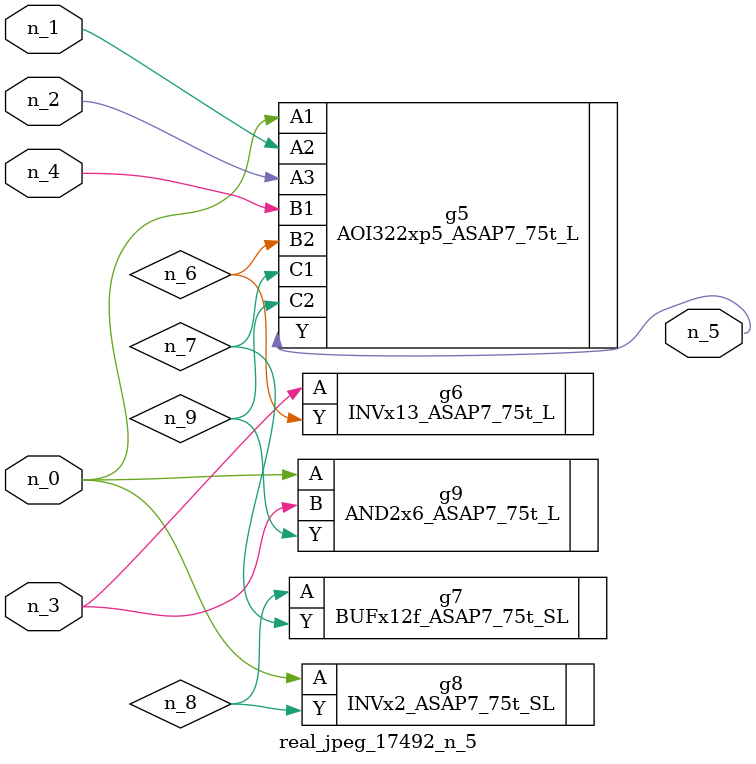
<source format=v>
module real_jpeg_17492_n_5 (n_4, n_0, n_1, n_2, n_3, n_5);

input n_4;
input n_0;
input n_1;
input n_2;
input n_3;

output n_5;

wire n_8;
wire n_6;
wire n_7;
wire n_9;

AOI322xp5_ASAP7_75t_L g5 ( 
.A1(n_0),
.A2(n_1),
.A3(n_2),
.B1(n_4),
.B2(n_6),
.C1(n_7),
.C2(n_9),
.Y(n_5)
);

INVx2_ASAP7_75t_SL g8 ( 
.A(n_0),
.Y(n_8)
);

AND2x6_ASAP7_75t_L g9 ( 
.A(n_0),
.B(n_3),
.Y(n_9)
);

INVx13_ASAP7_75t_L g6 ( 
.A(n_3),
.Y(n_6)
);

BUFx12f_ASAP7_75t_SL g7 ( 
.A(n_8),
.Y(n_7)
);


endmodule
</source>
